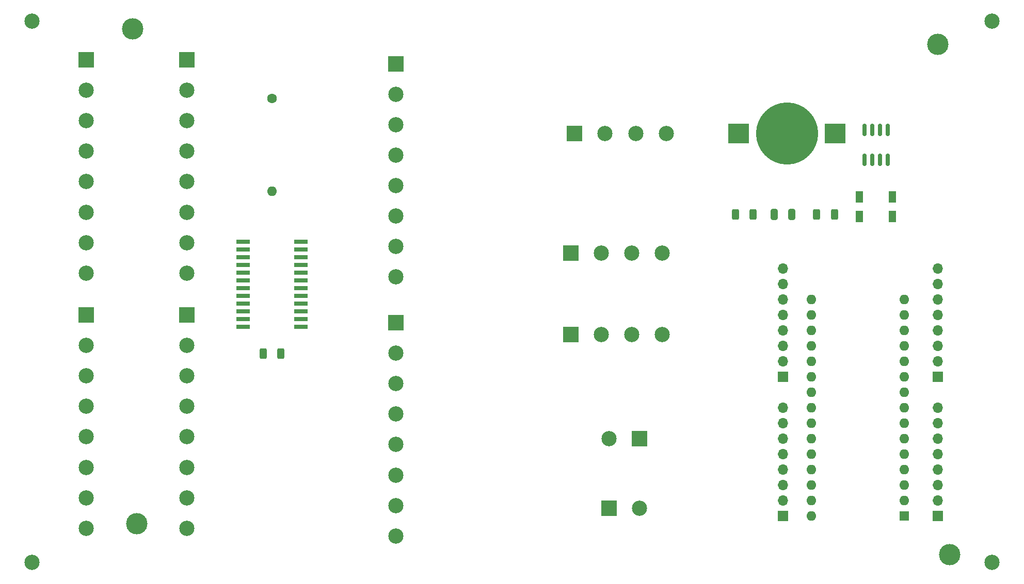
<source format=gbr>
%TF.GenerationSoftware,KiCad,Pcbnew,(6.0.2)*%
%TF.CreationDate,2022-07-12T14:07:49-04:00*%
%TF.ProjectId,RDL_revD6,52444c5f-7265-4764-9436-2e6b69636164,Rev D6*%
%TF.SameCoordinates,Original*%
%TF.FileFunction,Soldermask,Top*%
%TF.FilePolarity,Negative*%
%FSLAX46Y46*%
G04 Gerber Fmt 4.6, Leading zero omitted, Abs format (unit mm)*
G04 Created by KiCad (PCBNEW (6.0.2)) date 2022-07-12 14:07:49*
%MOMM*%
%LPD*%
G01*
G04 APERTURE LIST*
G04 Aperture macros list*
%AMRoundRect*
0 Rectangle with rounded corners*
0 $1 Rounding radius*
0 $2 $3 $4 $5 $6 $7 $8 $9 X,Y pos of 4 corners*
0 Add a 4 corners polygon primitive as box body*
4,1,4,$2,$3,$4,$5,$6,$7,$8,$9,$2,$3,0*
0 Add four circle primitives for the rounded corners*
1,1,$1+$1,$2,$3*
1,1,$1+$1,$4,$5*
1,1,$1+$1,$6,$7*
1,1,$1+$1,$8,$9*
0 Add four rect primitives between the rounded corners*
20,1,$1+$1,$2,$3,$4,$5,0*
20,1,$1+$1,$4,$5,$6,$7,0*
20,1,$1+$1,$6,$7,$8,$9,0*
20,1,$1+$1,$8,$9,$2,$3,0*%
G04 Aperture macros list end*
%ADD10RoundRect,0.250000X-0.312500X-0.625000X0.312500X-0.625000X0.312500X0.625000X-0.312500X0.625000X0*%
%ADD11RoundRect,0.150000X0.150000X-0.825000X0.150000X0.825000X-0.150000X0.825000X-0.150000X-0.825000X0*%
%ADD12C,1.600000*%
%ADD13O,1.600000X1.600000*%
%ADD14R,2.500000X2.500000*%
%ADD15C,2.500000*%
%ADD16R,1.700000X1.700000*%
%ADD17O,1.700000X1.700000*%
%ADD18RoundRect,0.070000X-1.000000X0.300000X-1.000000X-0.300000X1.000000X-0.300000X1.000000X0.300000X0*%
%ADD19C,3.500000*%
%ADD20R,1.600000X1.600000*%
%ADD21RoundRect,0.250000X-0.325000X-0.650000X0.325000X-0.650000X0.325000X0.650000X-0.325000X0.650000X0*%
%ADD22R,3.500000X3.300000*%
%ADD23C,10.200000*%
%ADD24R,1.300000X1.900000*%
%ADD25RoundRect,0.250000X0.312500X0.625000X-0.312500X0.625000X-0.312500X-0.625000X0.312500X-0.625000X0*%
G04 APERTURE END LIST*
D10*
%TO.C,R2*%
X186497500Y-77470000D03*
X189422500Y-77470000D03*
%TD*%
D11*
%TO.C,U1*%
X207645000Y-68515000D03*
X208915000Y-68515000D03*
X210185000Y-68515000D03*
X211455000Y-68515000D03*
X211455000Y-63565000D03*
X210185000Y-63565000D03*
X208915000Y-63565000D03*
X207645000Y-63565000D03*
%TD*%
D12*
%TO.C,R4*%
X110490000Y-58420000D03*
D13*
X110490000Y-73660000D03*
%TD*%
D14*
%TO.C,J9*%
X160140000Y-64135000D03*
D15*
X165140000Y-64135000D03*
X170140000Y-64135000D03*
X175140000Y-64135000D03*
%TD*%
D16*
%TO.C,J11*%
X194310000Y-104110000D03*
D17*
X194310000Y-101570000D03*
X194310000Y-99030000D03*
X194310000Y-96490000D03*
X194310000Y-93950000D03*
X194310000Y-91410000D03*
X194310000Y-88870000D03*
X194310000Y-86330000D03*
%TD*%
D10*
%TO.C,R1*%
X199832500Y-77470000D03*
X202757500Y-77470000D03*
%TD*%
D16*
%TO.C,J8*%
X219710000Y-104110000D03*
D17*
X219710000Y-101570000D03*
X219710000Y-99030000D03*
X219710000Y-96490000D03*
X219710000Y-93950000D03*
X219710000Y-91410000D03*
X219710000Y-88870000D03*
X219710000Y-86330000D03*
%TD*%
D14*
%TO.C,J15*%
X165735000Y-125730000D03*
D15*
X170735000Y-125730000D03*
%TD*%
D16*
%TO.C,J7*%
X219710000Y-126985000D03*
D17*
X219710000Y-124445000D03*
X219710000Y-121905000D03*
X219710000Y-119365000D03*
X219710000Y-116825000D03*
X219710000Y-114285000D03*
X219710000Y-111745000D03*
X219710000Y-109205000D03*
%TD*%
D14*
%TO.C,J5*%
X130810000Y-52705000D03*
D15*
X130810000Y-57705000D03*
X130810000Y-62705000D03*
X130810000Y-67705000D03*
X130810000Y-72705000D03*
X130810000Y-77705000D03*
X130810000Y-82705000D03*
X130810000Y-87705000D03*
%TD*%
D18*
%TO.C,U2*%
X105790000Y-81915000D03*
X105790000Y-83185000D03*
X105790000Y-84455000D03*
X105790000Y-85725000D03*
X105790000Y-86995000D03*
X105790000Y-88265000D03*
X105790000Y-89535000D03*
X105790000Y-90805000D03*
X105790000Y-92075000D03*
X105790000Y-93345000D03*
X105790000Y-94615000D03*
X105790000Y-95885000D03*
X115190000Y-95885000D03*
X115190000Y-94615000D03*
X115190000Y-93345000D03*
X115190000Y-92075000D03*
X115190000Y-90805000D03*
X115190000Y-89535000D03*
X115190000Y-88265000D03*
X115190000Y-86995000D03*
X115190000Y-85725000D03*
X115190000Y-84455000D03*
X115190000Y-83185000D03*
X115190000Y-81915000D03*
%TD*%
D19*
%TO.C,H6*%
X219710000Y-49530000D03*
%TD*%
D15*
%TO.C,H3*%
X228600000Y-134620000D03*
%TD*%
D19*
%TO.C,H8*%
X88265000Y-128270000D03*
%TD*%
D14*
%TO.C,J13*%
X159505000Y-97155000D03*
D15*
X164505000Y-97155000D03*
X169505000Y-97155000D03*
X174505000Y-97155000D03*
%TD*%
D14*
%TO.C,J1*%
X96520000Y-52070000D03*
D15*
X96520000Y-57070000D03*
X96520000Y-62070000D03*
X96520000Y-67070000D03*
X96520000Y-72070000D03*
X96520000Y-77070000D03*
X96520000Y-82070000D03*
X96520000Y-87070000D03*
%TD*%
D19*
%TO.C,H7*%
X221615000Y-133350000D03*
%TD*%
D14*
%TO.C,J14*%
X170775000Y-114300000D03*
D15*
X165775000Y-114300000D03*
%TD*%
%TO.C,H4*%
X71120000Y-134620000D03*
%TD*%
D14*
%TO.C,J2*%
X96520000Y-93980000D03*
D15*
X96520000Y-98980000D03*
X96520000Y-103980000D03*
X96520000Y-108980000D03*
X96520000Y-113980000D03*
X96520000Y-118980000D03*
X96520000Y-123980000D03*
X96520000Y-128980000D03*
%TD*%
D14*
%TO.C,J12*%
X159505000Y-83820000D03*
D15*
X164505000Y-83820000D03*
X169505000Y-83820000D03*
X174505000Y-83820000D03*
%TD*%
D20*
%TO.C,A1*%
X214210000Y-126985000D03*
D13*
X214210000Y-124445000D03*
X214210000Y-121905000D03*
X214210000Y-119365000D03*
X214210000Y-116825000D03*
X214210000Y-114285000D03*
X214210000Y-111745000D03*
X214210000Y-109205000D03*
X214210000Y-106665000D03*
X214210000Y-104125000D03*
X214210000Y-101585000D03*
X214210000Y-99045000D03*
X214210000Y-96505000D03*
X214210000Y-93965000D03*
X214210000Y-91425000D03*
X198970000Y-91425000D03*
X198970000Y-93965000D03*
X198970000Y-96505000D03*
X198970000Y-99045000D03*
X198970000Y-101585000D03*
X198970000Y-104125000D03*
X198970000Y-106665000D03*
X198970000Y-109205000D03*
X198970000Y-111745000D03*
X198970000Y-114285000D03*
X198970000Y-116825000D03*
X198970000Y-119365000D03*
X198970000Y-121905000D03*
X198970000Y-124445000D03*
X198970000Y-126985000D03*
%TD*%
D21*
%TO.C,C1*%
X192835000Y-77470000D03*
X195785000Y-77470000D03*
%TD*%
D16*
%TO.C,J10*%
X194310000Y-126985000D03*
D17*
X194310000Y-124445000D03*
X194310000Y-121905000D03*
X194310000Y-119365000D03*
X194310000Y-116825000D03*
X194310000Y-114285000D03*
X194310000Y-111745000D03*
X194310000Y-109205000D03*
%TD*%
D14*
%TO.C,J3*%
X80010000Y-52070000D03*
D15*
X80010000Y-57070000D03*
X80010000Y-62070000D03*
X80010000Y-67070000D03*
X80010000Y-72070000D03*
X80010000Y-77070000D03*
X80010000Y-82070000D03*
X80010000Y-87070000D03*
%TD*%
D14*
%TO.C,J4*%
X80010000Y-93980000D03*
D15*
X80010000Y-98980000D03*
X80010000Y-103980000D03*
X80010000Y-108980000D03*
X80010000Y-113980000D03*
X80010000Y-118980000D03*
X80010000Y-123980000D03*
X80010000Y-128980000D03*
%TD*%
D22*
%TO.C,BAT1*%
X202845000Y-64135000D03*
X187045000Y-64135000D03*
D23*
X194945000Y-64135000D03*
%TD*%
D15*
%TO.C,H2*%
X228600000Y-45720000D03*
%TD*%
D24*
%TO.C,Y1*%
X206800000Y-77800000D03*
X212300000Y-77800000D03*
X212300000Y-74600000D03*
X206800000Y-74600000D03*
%TD*%
D19*
%TO.C,H5*%
X87630000Y-46990000D03*
%TD*%
D15*
%TO.C,H1*%
X71120000Y-45720000D03*
%TD*%
D14*
%TO.C,J6*%
X130810000Y-95250000D03*
D15*
X130810000Y-100250000D03*
X130810000Y-105250000D03*
X130810000Y-110250000D03*
X130810000Y-115250000D03*
X130810000Y-120250000D03*
X130810000Y-125250000D03*
X130810000Y-130250000D03*
%TD*%
D25*
%TO.C,R3*%
X111952500Y-100330000D03*
X109027500Y-100330000D03*
%TD*%
M02*

</source>
